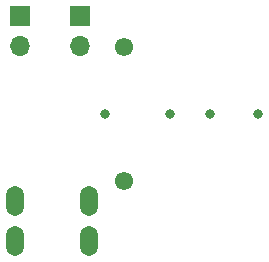
<source format=gbr>
%TF.GenerationSoftware,KiCad,Pcbnew,9.0.2*%
%TF.CreationDate,2025-09-24T14:10:20-04:00*%
%TF.ProjectId,auren-probe,61757265-6e2d-4707-926f-62652e6b6963,v2*%
%TF.SameCoordinates,Original*%
%TF.FileFunction,Soldermask,Bot*%
%TF.FilePolarity,Negative*%
%FSLAX46Y46*%
G04 Gerber Fmt 4.6, Leading zero omitted, Abs format (unit mm)*
G04 Created by KiCad (PCBNEW 9.0.2) date 2025-09-24 14:10:20*
%MOMM*%
%LPD*%
G01*
G04 APERTURE LIST*
%ADD10C,0.800000*%
%ADD11R,1.700000X1.700000*%
%ADD12O,1.700000X1.700000*%
%ADD13C,1.550000*%
%ADD14O,1.500000X2.550000*%
G04 APERTURE END LIST*
D10*
%TO.C,MIC3*%
X105279400Y-54360000D03*
%TD*%
%TO.C,MIC1*%
X96389400Y-54360000D03*
%TD*%
D11*
%TO.C,J3*%
X94327000Y-46003400D03*
D12*
X94327000Y-48543400D03*
%TD*%
D10*
%TO.C,MIC2*%
X101875800Y-54360000D03*
%TD*%
D13*
%TO.C,H1*%
X98035400Y-48695800D03*
%TD*%
D10*
%TO.C,MIC4*%
X109394200Y-54360000D03*
%TD*%
D13*
%TO.C,H2*%
X98035400Y-60024200D03*
%TD*%
D11*
%TO.C,J4*%
X89204400Y-46000000D03*
D12*
X89204400Y-48540000D03*
%TD*%
D14*
%TO.C,J1*%
X88814000Y-61696400D03*
X88814000Y-65056400D03*
X95014000Y-61696400D03*
X95014000Y-65056400D03*
%TD*%
M02*

</source>
